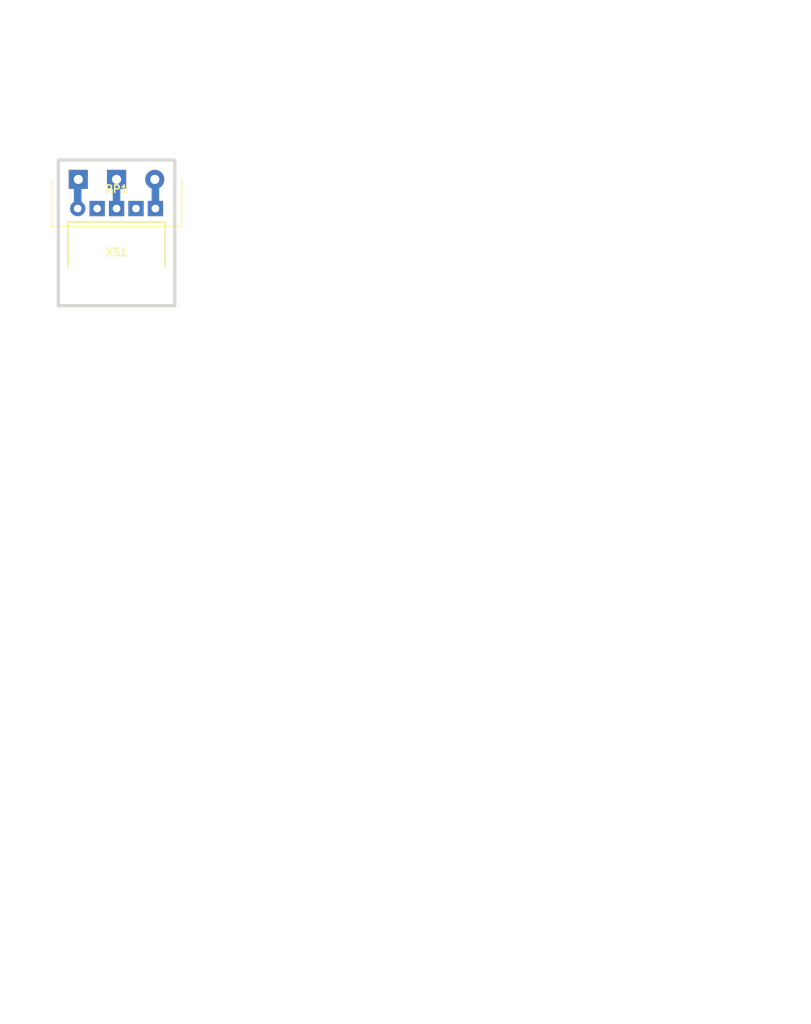
<source format=kicad_pcb>
(kicad_pcb (version 20171130) (host pcbnew 5.1.12-84ad8e8a86~92~ubuntu20.04.1)

  (general
    (thickness 1.6)
    (drawings 6)
    (tracks 5)
    (zones 0)
    (modules 2)
    (nets 4)
  )

  (page A4 portrait)
  (title_block
    (title ТКП-1.18.A-2)
    (date 2024-05-19)
    (rev 1A)
    (company "Potentiometer Board 20 1x17 [REV1A] R16K1-20F-B50K Trimmed")
    (comment 1 http://github.com/Adept666)
    (comment 2 "Igor Ivanov (Игорь Иванов)")
    (comment 3 -ТТКРЧПДЛ-)
    (comment 4 "This project is licensed under GNU General Public License v3.0 or later")
  )

  (layers
    (0 F.Cu jumper)
    (31 B.Cu signal)
    (38 B.Mask user)
    (44 Edge.Cuts user)
    (45 Margin user)
    (46 B.CrtYd user)
    (47 F.CrtYd user)
    (49 F.Fab user)
  )

  (setup
    (last_trace_width 1)
    (user_trace_width 0.6)
    (trace_clearance 0)
    (zone_clearance 0.6)
    (zone_45_only no)
    (trace_min 0.2)
    (via_size 2)
    (via_drill 1)
    (via_min_size 0.4)
    (via_min_drill 0.3)
    (uvia_size 0.3)
    (uvia_drill 0.1)
    (uvias_allowed no)
    (uvia_min_size 0)
    (uvia_min_drill 0)
    (edge_width 0.4)
    (segment_width 0.2)
    (pcb_text_width 0.3)
    (pcb_text_size 1.5 1.5)
    (mod_edge_width 0.15)
    (mod_text_size 1 1)
    (mod_text_width 0.15)
    (pad_size 1.6 1.8)
    (pad_drill 0)
    (pad_to_mask_clearance 0.2)
    (solder_mask_min_width 0.1)
    (aux_axis_origin 0 0)
    (visible_elements 7FFFFFFF)
    (pcbplotparams
      (layerselection 0x20000_7ffffffe)
      (usegerberextensions false)
      (usegerberattributes false)
      (usegerberadvancedattributes false)
      (creategerberjobfile false)
      (excludeedgelayer false)
      (linewidth 0.100000)
      (plotframeref true)
      (viasonmask false)
      (mode 1)
      (useauxorigin false)
      (hpglpennumber 1)
      (hpglpenspeed 20)
      (hpglpendiameter 15.000000)
      (psnegative false)
      (psa4output false)
      (plotreference false)
      (plotvalue true)
      (plotinvisibletext false)
      (padsonsilk true)
      (subtractmaskfromsilk false)
      (outputformat 4)
      (mirror false)
      (drillshape 0)
      (scaleselection 1)
      (outputdirectory ""))
  )

  (net 0 "")
  (net 1 "Net-(RP1-Pad3)")
  (net 2 "Net-(RP1-Pad1)")
  (net 3 "Net-(RP1-Pad2)")

  (net_class Default "This is the default net class."
    (clearance 0)
    (trace_width 1)
    (via_dia 2)
    (via_drill 1)
    (uvia_dia 0.3)
    (uvia_drill 0.1)
    (add_net "Net-(RP1-Pad1)")
    (add_net "Net-(RP1-Pad2)")
    (add_net "Net-(RP1-Pad3)")
  )

  (module KCL-TH-SL:CON-PBS-05R (layer F.Cu) (tedit 62D29120) (tstamp 60031F53)
    (at 105.41 145.415)
    (path /600A2C72)
    (fp_text reference XS1 (at 0 5.715) (layer F.SilkS)
      (effects (font (size 1 1) (thickness 0.2)))
    )
    (fp_text value PBS-05R (at 0 5.715) (layer F.Fab)
      (effects (font (size 1 1) (thickness 0.2)))
    )
    (fp_line (start 6.35 -0.5) (end 6.35 10.16) (layer F.CrtYd) (width 0.1))
    (fp_line (start -6.35 -0.5) (end -6.35 10.16) (layer F.CrtYd) (width 0.1))
    (fp_line (start -6.35 10.16) (end 6.35 10.16) (layer F.CrtYd) (width 0.1))
    (fp_line (start -6.35 -0.5) (end 6.35 -0.5) (layer F.CrtYd) (width 0.1))
    (fp_line (start 6.35 1.76) (end 6.35 7.62) (layer F.SilkS) (width 0.2))
    (fp_line (start -6.35 1.76) (end -6.35 7.62) (layer F.SilkS) (width 0.2))
    (fp_line (start -6.35 1.76) (end 6.35 1.76) (layer F.SilkS) (width 0.2))
    (fp_line (start -6.35 1.76) (end 6.35 1.76) (layer F.Fab) (width 0.2))
    (fp_line (start -6.35 10.16) (end 6.35 10.16) (layer F.Fab) (width 0.2))
    (fp_line (start -6.35 1.76) (end -6.35 10.16) (layer F.Fab) (width 0.2))
    (fp_line (start 6.35 1.76) (end 6.35 10.16) (layer F.Fab) (width 0.2))
    (pad 5 thru_hole rect (at 5.08 0) (size 2 2) (drill 1) (layers B.Cu B.Mask)
      (net 2 "Net-(RP1-Pad1)"))
    (pad 4 thru_hole rect (at 2.54 0) (size 2 2) (drill 1) (layers B.Cu B.Mask))
    (pad 1 thru_hole circle (at -5.08 0) (size 2 2) (drill 1) (layers B.Cu B.Mask)
      (net 1 "Net-(RP1-Pad3)"))
    (pad 2 thru_hole rect (at -2.54 0) (size 2 2) (drill 1) (layers B.Cu B.Mask))
    (pad 3 thru_hole rect (at 0 0) (size 2 2) (drill 1) (layers B.Cu B.Mask)
      (net 3 "Net-(RP1-Pad2)"))
  )

  (module KCL-TH-SL:RP-PDB181-K-20-P (layer F.Cu) (tedit 60030E39) (tstamp 5FE6D9E5)
    (at 105.41 141.605 180)
    (path /5FE7A122)
    (fp_text reference RP1 (at 0 -1.27 180) (layer F.SilkS)
      (effects (font (size 1 1) (thickness 0.2)))
    )
    (fp_text value B50K (at 0 -1.27 180) (layer F.Fab)
      (effects (font (size 1 1) (thickness 0.2)))
    )
    (fp_line (start -8.5 -6.15) (end 8.5 -6.15) (layer F.Fab) (width 0.2))
    (fp_line (start -8.5 3.35) (end 8.5 3.35) (layer F.Fab) (width 0.2))
    (fp_line (start -3 23.35) (end 3 23.35) (layer F.Fab) (width 0.2))
    (fp_line (start -8.5 -6.15) (end -8.5 3.35) (layer F.Fab) (width 0.2))
    (fp_line (start 8.5 -6.15) (end 8.5 3.35) (layer F.Fab) (width 0.2))
    (fp_line (start -3.5 3.35) (end -3.5 9.85) (layer F.Fab) (width 0.2))
    (fp_line (start 3.5 3.35) (end 3.5 9.85) (layer F.Fab) (width 0.2))
    (fp_line (start -3 9.85) (end -3 23.35) (layer F.Fab) (width 0.2))
    (fp_line (start 3 9.85) (end 3 23.35) (layer F.Fab) (width 0.2))
    (fp_line (start -3.5 9.85) (end 3.5 9.85) (layer F.Fab) (width 0.2))
    (fp_line (start -8.5 -6.15) (end 8.5 -6.15) (layer F.SilkS) (width 0.2))
    (fp_line (start -8.5 -6.15) (end -8.5 0) (layer F.SilkS) (width 0.2))
    (fp_line (start 8.5 -6.15) (end 8.5 0) (layer F.SilkS) (width 0.2))
    (fp_line (start -8.5 -6.15) (end 8.5 -6.15) (layer F.CrtYd) (width 0.1))
    (fp_line (start -8.5 23.35) (end 8.5 23.35) (layer F.CrtYd) (width 0.1))
    (fp_line (start -8.5 -6.15) (end -8.5 23.35) (layer F.CrtYd) (width 0.1))
    (fp_line (start 8.5 -6.15) (end 8.5 23.35) (layer F.CrtYd) (width 0.1))
    (fp_line (start -8.5 5.35) (end -7.366 5.35) (layer F.Fab) (width 0.2))
    (fp_line (start -8.5 3.35) (end -8.5 5.35) (layer F.Fab) (width 0.2))
    (fp_line (start -7.3 3.35) (end -7.3 5.35) (layer F.Fab) (width 0.2))
    (pad 3 thru_hole rect (at 5 0 180) (size 2.5 2.5) (drill 1.2) (layers B.Cu B.Mask)
      (net 1 "Net-(RP1-Pad3)"))
    (pad 1 thru_hole circle (at -5 0 180) (size 2.5 2.5) (drill 1.2) (layers B.Cu B.Mask)
      (net 2 "Net-(RP1-Pad1)"))
    (pad 2 thru_hole rect (at 0 0 180) (size 2.5 2.5) (drill 1.2) (layers B.Cu B.Mask)
      (net 3 "Net-(RP1-Pad2)"))
  )

  (gr_text "1. Укоротить центральный контакт RP1 кусачками до" (at 90.17 246.38) (layer F.Fab) (tstamp 6649FB93)
    (effects (font (size 2.54 2.54) (thickness 0.2)) (justify left))
  )
  (gr_text "1.0...1.5 мм от поверхности ПП." (at 90.17 250.19) (layer F.Fab)
    (effects (font (size 2.54 2.54) (thickness 0.2)) (justify left))
  )
  (gr_line (start 113.03 139.065) (end 113.03 158.115) (layer Edge.Cuts) (width 0.4) (tstamp 5FE6F872))
  (gr_line (start 97.79 139.065) (end 97.79 158.115) (layer Edge.Cuts) (width 0.4) (tstamp 5FE6F872))
  (gr_line (start 97.79 158.115) (end 113.03 158.115) (layer Edge.Cuts) (width 0.4) (tstamp 5FE6FAB1))
  (gr_line (start 97.79 139.065) (end 113.03 139.065) (layer Edge.Cuts) (width 0.4) (tstamp 5FE6F86E))

  (segment (start 100.33 145.415) (end 100.33 141.605) (width 1) (layer B.Cu) (net 1))
  (segment (start 100.41 141.605) (end 100.33 141.605) (width 1) (layer B.Cu) (net 1))
  (segment (start 110.49 145.415) (end 110.49 141.605) (width 1) (layer B.Cu) (net 2))
  (segment (start 110.41 141.605) (end 110.49 141.605) (width 1) (layer B.Cu) (net 2))
  (segment (start 105.41 145.415) (end 105.41 141.605) (width 1) (layer B.Cu) (net 3))

)

</source>
